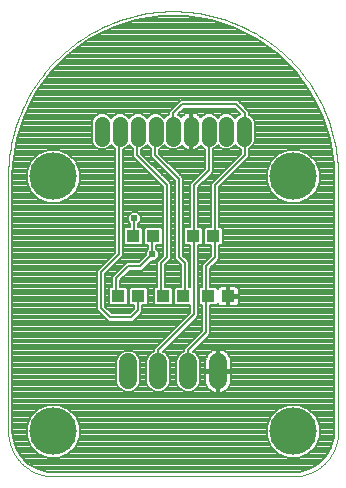
<source format=gtl>
G75*
%MOIN*%
%OFA0B0*%
%FSLAX25Y25*%
%IPPOS*%
%LPD*%
%AMOC8*
5,1,8,0,0,1.08239X$1,22.5*
%
%ADD10R,0.04331X0.03937*%
%ADD11C,0.05937*%
%ADD12C,0.00000*%
%ADD13C,0.15811*%
%ADD14C,0.05000*%
%ADD15C,0.00800*%
%ADD16C,0.02400*%
D10*
X0043054Y0079006D03*
X0049746Y0079006D03*
X0058054Y0079006D03*
X0064746Y0079006D03*
X0073054Y0079006D03*
X0079746Y0079006D03*
X0074746Y0099006D03*
X0068054Y0099006D03*
X0054746Y0099006D03*
X0048054Y0099006D03*
D11*
X0046400Y0056974D02*
X0046400Y0051037D01*
X0056400Y0051037D02*
X0056400Y0056974D01*
X0066400Y0056974D02*
X0066400Y0051037D01*
X0076400Y0051037D02*
X0076400Y0056974D01*
D12*
X0101400Y0019006D02*
X0101762Y0019010D01*
X0102125Y0019024D01*
X0102487Y0019045D01*
X0102848Y0019076D01*
X0103208Y0019115D01*
X0103567Y0019163D01*
X0103925Y0019220D01*
X0104282Y0019285D01*
X0104637Y0019359D01*
X0104990Y0019442D01*
X0105341Y0019533D01*
X0105689Y0019632D01*
X0106035Y0019740D01*
X0106379Y0019856D01*
X0106719Y0019981D01*
X0107056Y0020113D01*
X0107390Y0020254D01*
X0107721Y0020403D01*
X0108048Y0020560D01*
X0108371Y0020724D01*
X0108690Y0020896D01*
X0109004Y0021076D01*
X0109315Y0021264D01*
X0109620Y0021459D01*
X0109921Y0021661D01*
X0110217Y0021871D01*
X0110507Y0022087D01*
X0110793Y0022311D01*
X0111073Y0022541D01*
X0111347Y0022778D01*
X0111615Y0023022D01*
X0111878Y0023272D01*
X0112134Y0023528D01*
X0112384Y0023791D01*
X0112628Y0024059D01*
X0112865Y0024333D01*
X0113095Y0024613D01*
X0113319Y0024899D01*
X0113535Y0025189D01*
X0113745Y0025485D01*
X0113947Y0025786D01*
X0114142Y0026091D01*
X0114330Y0026402D01*
X0114510Y0026716D01*
X0114682Y0027035D01*
X0114846Y0027358D01*
X0115003Y0027685D01*
X0115152Y0028016D01*
X0115293Y0028350D01*
X0115425Y0028687D01*
X0115550Y0029027D01*
X0115666Y0029371D01*
X0115774Y0029717D01*
X0115873Y0030065D01*
X0115964Y0030416D01*
X0116047Y0030769D01*
X0116121Y0031124D01*
X0116186Y0031481D01*
X0116243Y0031839D01*
X0116291Y0032198D01*
X0116330Y0032558D01*
X0116361Y0032919D01*
X0116382Y0033281D01*
X0116396Y0033644D01*
X0116400Y0034006D01*
X0116400Y0119006D01*
X0116384Y0120345D01*
X0116335Y0121684D01*
X0116253Y0123021D01*
X0116139Y0124355D01*
X0115993Y0125687D01*
X0115814Y0127014D01*
X0115603Y0128337D01*
X0115359Y0129654D01*
X0115084Y0130965D01*
X0114777Y0132268D01*
X0114438Y0133564D01*
X0114068Y0134851D01*
X0113667Y0136129D01*
X0113234Y0137397D01*
X0112771Y0138654D01*
X0112277Y0139899D01*
X0111753Y0141132D01*
X0111200Y0142351D01*
X0110616Y0143557D01*
X0110004Y0144748D01*
X0109363Y0145924D01*
X0108693Y0147084D01*
X0107995Y0148227D01*
X0107270Y0149353D01*
X0106517Y0150461D01*
X0105738Y0151551D01*
X0104932Y0152621D01*
X0104101Y0153671D01*
X0103244Y0154700D01*
X0102362Y0155709D01*
X0101457Y0156695D01*
X0100527Y0157659D01*
X0099574Y0158601D01*
X0098599Y0159519D01*
X0097601Y0160412D01*
X0096582Y0161282D01*
X0095542Y0162126D01*
X0094482Y0162944D01*
X0093402Y0163737D01*
X0092304Y0164503D01*
X0091186Y0165242D01*
X0090052Y0165954D01*
X0088900Y0166637D01*
X0087732Y0167293D01*
X0086548Y0167920D01*
X0085350Y0168518D01*
X0084137Y0169086D01*
X0082911Y0169625D01*
X0081672Y0170134D01*
X0080421Y0170612D01*
X0079158Y0171060D01*
X0077886Y0171477D01*
X0076603Y0171863D01*
X0075311Y0172218D01*
X0074011Y0172541D01*
X0072704Y0172832D01*
X0071390Y0173091D01*
X0070070Y0173318D01*
X0068745Y0173513D01*
X0067415Y0173676D01*
X0066082Y0173806D01*
X0064747Y0173904D01*
X0063409Y0173969D01*
X0062070Y0174002D01*
X0060730Y0174002D01*
X0059391Y0173969D01*
X0058053Y0173904D01*
X0056718Y0173806D01*
X0055385Y0173676D01*
X0054055Y0173513D01*
X0052730Y0173318D01*
X0051410Y0173091D01*
X0050096Y0172832D01*
X0048789Y0172541D01*
X0047489Y0172218D01*
X0046197Y0171863D01*
X0044914Y0171477D01*
X0043642Y0171060D01*
X0042379Y0170612D01*
X0041128Y0170134D01*
X0039889Y0169625D01*
X0038663Y0169086D01*
X0037450Y0168518D01*
X0036252Y0167920D01*
X0035068Y0167293D01*
X0033900Y0166637D01*
X0032748Y0165954D01*
X0031614Y0165242D01*
X0030496Y0164503D01*
X0029398Y0163737D01*
X0028318Y0162944D01*
X0027258Y0162126D01*
X0026218Y0161282D01*
X0025199Y0160412D01*
X0024201Y0159519D01*
X0023226Y0158601D01*
X0022273Y0157659D01*
X0021343Y0156695D01*
X0020438Y0155709D01*
X0019556Y0154700D01*
X0018699Y0153671D01*
X0017868Y0152621D01*
X0017062Y0151551D01*
X0016283Y0150461D01*
X0015530Y0149353D01*
X0014805Y0148227D01*
X0014107Y0147084D01*
X0013437Y0145924D01*
X0012796Y0144748D01*
X0012184Y0143557D01*
X0011600Y0142351D01*
X0011047Y0141132D01*
X0010523Y0139899D01*
X0010029Y0138654D01*
X0009566Y0137397D01*
X0009133Y0136129D01*
X0008732Y0134851D01*
X0008362Y0133564D01*
X0008023Y0132268D01*
X0007716Y0130965D01*
X0007441Y0129654D01*
X0007197Y0128337D01*
X0006986Y0127014D01*
X0006807Y0125687D01*
X0006661Y0124355D01*
X0006547Y0123021D01*
X0006465Y0121684D01*
X0006416Y0120345D01*
X0006400Y0119006D01*
X0006400Y0034006D01*
X0006404Y0033644D01*
X0006418Y0033281D01*
X0006439Y0032919D01*
X0006470Y0032558D01*
X0006509Y0032198D01*
X0006557Y0031839D01*
X0006614Y0031481D01*
X0006679Y0031124D01*
X0006753Y0030769D01*
X0006836Y0030416D01*
X0006927Y0030065D01*
X0007026Y0029717D01*
X0007134Y0029371D01*
X0007250Y0029027D01*
X0007375Y0028687D01*
X0007507Y0028350D01*
X0007648Y0028016D01*
X0007797Y0027685D01*
X0007954Y0027358D01*
X0008118Y0027035D01*
X0008290Y0026716D01*
X0008470Y0026402D01*
X0008658Y0026091D01*
X0008853Y0025786D01*
X0009055Y0025485D01*
X0009265Y0025189D01*
X0009481Y0024899D01*
X0009705Y0024613D01*
X0009935Y0024333D01*
X0010172Y0024059D01*
X0010416Y0023791D01*
X0010666Y0023528D01*
X0010922Y0023272D01*
X0011185Y0023022D01*
X0011453Y0022778D01*
X0011727Y0022541D01*
X0012007Y0022311D01*
X0012293Y0022087D01*
X0012583Y0021871D01*
X0012879Y0021661D01*
X0013180Y0021459D01*
X0013485Y0021264D01*
X0013796Y0021076D01*
X0014110Y0020896D01*
X0014429Y0020724D01*
X0014752Y0020560D01*
X0015079Y0020403D01*
X0015410Y0020254D01*
X0015744Y0020113D01*
X0016081Y0019981D01*
X0016421Y0019856D01*
X0016765Y0019740D01*
X0017111Y0019632D01*
X0017459Y0019533D01*
X0017810Y0019442D01*
X0018163Y0019359D01*
X0018518Y0019285D01*
X0018875Y0019220D01*
X0019233Y0019163D01*
X0019592Y0019115D01*
X0019952Y0019076D01*
X0020313Y0019045D01*
X0020675Y0019024D01*
X0021038Y0019010D01*
X0021400Y0019006D01*
X0101400Y0019006D01*
D13*
X0101400Y0034006D03*
X0101400Y0119006D03*
X0021400Y0119006D03*
X0021400Y0034006D03*
D14*
X0037778Y0131506D02*
X0037778Y0136506D01*
X0043683Y0136506D02*
X0043683Y0131506D01*
X0049589Y0131506D02*
X0049589Y0136506D01*
X0055494Y0136506D02*
X0055494Y0131506D01*
X0061400Y0131506D02*
X0061400Y0136506D01*
X0067306Y0136506D02*
X0067306Y0131506D01*
X0073211Y0131506D02*
X0073211Y0136506D01*
X0079117Y0136506D02*
X0079117Y0131506D01*
X0085022Y0131506D02*
X0085022Y0136506D01*
D15*
X0109302Y0022998D02*
X0013498Y0022998D01*
X0013121Y0023216D02*
X0010610Y0025727D01*
X0008835Y0028801D01*
X0007916Y0032231D01*
X0007800Y0034006D01*
X0007800Y0119006D01*
X0007965Y0123211D01*
X0009281Y0131519D01*
X0011880Y0139518D01*
X0015698Y0147012D01*
X0020642Y0153816D01*
X0026590Y0159764D01*
X0033394Y0164707D01*
X0040888Y0168526D01*
X0048887Y0171125D01*
X0057195Y0172441D01*
X0065605Y0172441D01*
X0073913Y0171125D01*
X0081912Y0168526D01*
X0089406Y0164707D01*
X0096210Y0159764D01*
X0102158Y0153816D01*
X0107102Y0147012D01*
X0110920Y0139518D01*
X0113519Y0131519D01*
X0114835Y0123211D01*
X0115000Y0119006D01*
X0115000Y0034006D01*
X0114884Y0032231D01*
X0113965Y0028801D01*
X0112190Y0025727D01*
X0109679Y0023216D01*
X0106604Y0021441D01*
X0103175Y0020522D01*
X0101400Y0020406D01*
X0021400Y0020406D01*
X0019625Y0020522D01*
X0016195Y0021441D01*
X0013121Y0023216D01*
X0012540Y0023797D02*
X0110260Y0023797D01*
X0111058Y0024595D02*
X0011742Y0024595D01*
X0010943Y0025394D02*
X0018920Y0025394D01*
X0019629Y0025100D02*
X0023171Y0025100D01*
X0026445Y0026456D01*
X0028950Y0028961D01*
X0030305Y0032234D01*
X0030305Y0035777D01*
X0028950Y0039050D01*
X0026445Y0041556D01*
X0023171Y0042911D01*
X0019629Y0042911D01*
X0016355Y0041556D01*
X0013850Y0039050D01*
X0012494Y0035777D01*
X0012494Y0032234D01*
X0013850Y0028961D01*
X0016355Y0026456D01*
X0019629Y0025100D01*
X0016992Y0026193D02*
X0010341Y0026193D01*
X0009880Y0026991D02*
X0015821Y0026991D01*
X0015022Y0027790D02*
X0009419Y0027790D01*
X0008958Y0028588D02*
X0014224Y0028588D01*
X0013674Y0029387D02*
X0008678Y0029387D01*
X0008464Y0030185D02*
X0013343Y0030185D01*
X0013013Y0030984D02*
X0008251Y0030984D01*
X0008037Y0031782D02*
X0012682Y0031782D01*
X0012494Y0032581D02*
X0007893Y0032581D01*
X0007841Y0033379D02*
X0012494Y0033379D01*
X0012494Y0034178D02*
X0007800Y0034178D01*
X0007800Y0034976D02*
X0012494Y0034976D01*
X0012494Y0035775D02*
X0007800Y0035775D01*
X0007800Y0036573D02*
X0012824Y0036573D01*
X0013155Y0037372D02*
X0007800Y0037372D01*
X0007800Y0038170D02*
X0013486Y0038170D01*
X0013816Y0038969D02*
X0007800Y0038969D01*
X0007800Y0039767D02*
X0014567Y0039767D01*
X0015366Y0040566D02*
X0007800Y0040566D01*
X0007800Y0041364D02*
X0016164Y0041364D01*
X0017821Y0042163D02*
X0007800Y0042163D01*
X0007800Y0042961D02*
X0115000Y0042961D01*
X0115000Y0042163D02*
X0104979Y0042163D01*
X0106445Y0041556D02*
X0103171Y0042911D01*
X0099629Y0042911D01*
X0096355Y0041556D01*
X0093850Y0039050D01*
X0092494Y0035777D01*
X0092494Y0032234D01*
X0093850Y0028961D01*
X0096355Y0026456D01*
X0099629Y0025100D01*
X0103171Y0025100D01*
X0106445Y0026456D01*
X0108950Y0028961D01*
X0110305Y0032234D01*
X0110305Y0035777D01*
X0108950Y0039050D01*
X0106445Y0041556D01*
X0106636Y0041364D02*
X0115000Y0041364D01*
X0115000Y0040566D02*
X0107434Y0040566D01*
X0108233Y0039767D02*
X0115000Y0039767D01*
X0115000Y0038969D02*
X0108984Y0038969D01*
X0109314Y0038170D02*
X0115000Y0038170D01*
X0115000Y0037372D02*
X0109645Y0037372D01*
X0109976Y0036573D02*
X0115000Y0036573D01*
X0115000Y0035775D02*
X0110305Y0035775D01*
X0110305Y0034976D02*
X0115000Y0034976D01*
X0115000Y0034178D02*
X0110305Y0034178D01*
X0110305Y0033379D02*
X0114959Y0033379D01*
X0114907Y0032581D02*
X0110305Y0032581D01*
X0110118Y0031782D02*
X0114763Y0031782D01*
X0114549Y0030984D02*
X0109787Y0030984D01*
X0109457Y0030185D02*
X0114336Y0030185D01*
X0114122Y0029387D02*
X0109126Y0029387D01*
X0108576Y0028588D02*
X0113842Y0028588D01*
X0113381Y0027790D02*
X0107778Y0027790D01*
X0106979Y0026991D02*
X0112920Y0026991D01*
X0112459Y0026193D02*
X0105808Y0026193D01*
X0103880Y0025394D02*
X0111857Y0025394D01*
X0107919Y0022200D02*
X0014881Y0022200D01*
X0016344Y0021401D02*
X0106456Y0021401D01*
X0103476Y0020603D02*
X0019324Y0020603D01*
X0023880Y0025394D02*
X0098920Y0025394D01*
X0096992Y0026193D02*
X0025808Y0026193D01*
X0026979Y0026991D02*
X0095821Y0026991D01*
X0095022Y0027790D02*
X0027778Y0027790D01*
X0028576Y0028588D02*
X0094224Y0028588D01*
X0093674Y0029387D02*
X0029126Y0029387D01*
X0029457Y0030185D02*
X0093343Y0030185D01*
X0093013Y0030984D02*
X0029787Y0030984D01*
X0030118Y0031782D02*
X0092682Y0031782D01*
X0092494Y0032581D02*
X0030305Y0032581D01*
X0030305Y0033379D02*
X0092494Y0033379D01*
X0092494Y0034178D02*
X0030305Y0034178D01*
X0030305Y0034976D02*
X0092494Y0034976D01*
X0092494Y0035775D02*
X0030305Y0035775D01*
X0029976Y0036573D02*
X0092824Y0036573D01*
X0093155Y0037372D02*
X0029645Y0037372D01*
X0029314Y0038170D02*
X0093486Y0038170D01*
X0093816Y0038969D02*
X0028984Y0038969D01*
X0028233Y0039767D02*
X0094567Y0039767D01*
X0095366Y0040566D02*
X0027434Y0040566D01*
X0026636Y0041364D02*
X0096164Y0041364D01*
X0097821Y0042163D02*
X0024979Y0042163D01*
X0007800Y0043760D02*
X0115000Y0043760D01*
X0115000Y0044558D02*
X0007800Y0044558D01*
X0007800Y0045357D02*
X0115000Y0045357D01*
X0115000Y0046155D02*
X0007800Y0046155D01*
X0007800Y0046954D02*
X0074831Y0046954D01*
X0074723Y0046989D02*
X0075377Y0046776D01*
X0076000Y0046678D01*
X0076000Y0053606D01*
X0072031Y0053606D01*
X0072031Y0050694D01*
X0072139Y0050014D01*
X0072352Y0049360D01*
X0072664Y0048748D01*
X0073068Y0048192D01*
X0073554Y0047705D01*
X0074110Y0047301D01*
X0074723Y0046989D01*
X0076000Y0046954D02*
X0076800Y0046954D01*
X0076800Y0046678D02*
X0077423Y0046776D01*
X0078077Y0046989D01*
X0078690Y0047301D01*
X0079246Y0047705D01*
X0079732Y0048192D01*
X0080136Y0048748D01*
X0080448Y0049360D01*
X0080661Y0050014D01*
X0080768Y0050694D01*
X0080768Y0053606D01*
X0076800Y0053606D01*
X0076800Y0054406D01*
X0076000Y0054406D01*
X0076000Y0061334D01*
X0075377Y0061235D01*
X0074723Y0061023D01*
X0074110Y0060711D01*
X0073554Y0060307D01*
X0073068Y0059820D01*
X0072664Y0059264D01*
X0072352Y0058651D01*
X0072139Y0057997D01*
X0072031Y0057318D01*
X0072031Y0054406D01*
X0076000Y0054406D01*
X0076000Y0053606D01*
X0076800Y0053606D01*
X0076800Y0046678D01*
X0076800Y0047752D02*
X0076000Y0047752D01*
X0076000Y0048551D02*
X0076800Y0048551D01*
X0076800Y0049349D02*
X0076000Y0049349D01*
X0076000Y0050148D02*
X0076800Y0050148D01*
X0076800Y0050946D02*
X0076000Y0050946D01*
X0076000Y0051745D02*
X0076800Y0051745D01*
X0076800Y0052543D02*
X0076000Y0052543D01*
X0076000Y0053342D02*
X0076800Y0053342D01*
X0076800Y0054140D02*
X0115000Y0054140D01*
X0115000Y0053342D02*
X0080768Y0053342D01*
X0080768Y0052543D02*
X0115000Y0052543D01*
X0115000Y0051745D02*
X0080768Y0051745D01*
X0080768Y0050946D02*
X0115000Y0050946D01*
X0115000Y0050148D02*
X0080682Y0050148D01*
X0080443Y0049349D02*
X0115000Y0049349D01*
X0115000Y0048551D02*
X0079993Y0048551D01*
X0079293Y0047752D02*
X0115000Y0047752D01*
X0115000Y0046954D02*
X0077969Y0046954D01*
X0076000Y0054140D02*
X0070368Y0054140D01*
X0070368Y0053342D02*
X0072031Y0053342D01*
X0072031Y0052543D02*
X0070368Y0052543D01*
X0070368Y0051745D02*
X0072031Y0051745D01*
X0072031Y0050946D02*
X0070368Y0050946D01*
X0070368Y0050248D02*
X0069764Y0048789D01*
X0068648Y0047673D01*
X0067189Y0047069D01*
X0065611Y0047069D01*
X0064152Y0047673D01*
X0063036Y0048789D01*
X0062431Y0050248D01*
X0062431Y0057764D01*
X0063036Y0059222D01*
X0064152Y0060339D01*
X0065000Y0060690D01*
X0065000Y0061586D01*
X0065820Y0062406D01*
X0065820Y0062406D01*
X0071000Y0067586D01*
X0071000Y0076037D01*
X0070474Y0076037D01*
X0069888Y0076623D01*
X0069888Y0081389D01*
X0070474Y0081974D01*
X0071000Y0081974D01*
X0071000Y0089586D01*
X0074000Y0092586D01*
X0074000Y0096037D01*
X0072167Y0096037D01*
X0071581Y0096623D01*
X0071581Y0101389D01*
X0072167Y0101974D01*
X0074000Y0101974D01*
X0074000Y0116586D01*
X0074820Y0117406D01*
X0084000Y0126586D01*
X0084000Y0128141D01*
X0083039Y0128539D01*
X0082069Y0129509D01*
X0081099Y0128539D01*
X0079813Y0128006D01*
X0078420Y0128006D01*
X0077134Y0128539D01*
X0076164Y0129509D01*
X0075194Y0128539D01*
X0074800Y0128376D01*
X0074800Y0120426D01*
X0073980Y0119606D01*
X0069800Y0115426D01*
X0069800Y0101974D01*
X0070633Y0101974D01*
X0071219Y0101389D01*
X0071219Y0096623D01*
X0070633Y0096037D01*
X0069800Y0096037D01*
X0069800Y0072426D01*
X0068980Y0071606D01*
X0068980Y0071606D01*
X0057987Y0060613D01*
X0058648Y0060339D01*
X0059764Y0059222D01*
X0060368Y0057764D01*
X0060368Y0050248D01*
X0059764Y0048789D01*
X0058648Y0047673D01*
X0057189Y0047069D01*
X0055611Y0047069D01*
X0054152Y0047673D01*
X0053036Y0048789D01*
X0052431Y0050248D01*
X0052431Y0057764D01*
X0053036Y0059222D01*
X0054152Y0060339D01*
X0055000Y0060690D01*
X0055000Y0061586D01*
X0055820Y0062406D01*
X0055820Y0062406D01*
X0067000Y0073586D01*
X0067000Y0076037D01*
X0062167Y0076037D01*
X0061581Y0076623D01*
X0061581Y0081389D01*
X0062167Y0081974D01*
X0064000Y0081974D01*
X0064000Y0089426D01*
X0062000Y0091426D01*
X0062000Y0117426D01*
X0054000Y0125426D01*
X0054000Y0128337D01*
X0053512Y0128539D01*
X0052542Y0129509D01*
X0051572Y0128539D01*
X0050800Y0128219D01*
X0050800Y0126586D01*
X0059980Y0117406D01*
X0060800Y0116586D01*
X0060800Y0091426D01*
X0058800Y0089426D01*
X0058800Y0081974D01*
X0060633Y0081974D01*
X0061219Y0081389D01*
X0061219Y0076623D01*
X0060633Y0076037D01*
X0055474Y0076037D01*
X0054888Y0076623D01*
X0054888Y0081389D01*
X0055474Y0081974D01*
X0056000Y0081974D01*
X0056000Y0090586D01*
X0056820Y0091406D01*
X0058000Y0092586D01*
X0058000Y0115426D01*
X0048000Y0125426D01*
X0048000Y0128376D01*
X0047606Y0128539D01*
X0046636Y0129509D01*
X0045666Y0128539D01*
X0044800Y0128180D01*
X0044800Y0092426D01*
X0038800Y0086426D01*
X0038800Y0075586D01*
X0040980Y0073406D01*
X0046820Y0073406D01*
X0048346Y0074932D01*
X0048346Y0076037D01*
X0047167Y0076037D01*
X0046581Y0076623D01*
X0046581Y0081389D01*
X0047167Y0081974D01*
X0052326Y0081974D01*
X0052912Y0081389D01*
X0052912Y0076623D01*
X0052326Y0076037D01*
X0051146Y0076037D01*
X0051146Y0073772D01*
X0050326Y0072952D01*
X0047980Y0070606D01*
X0039820Y0070606D01*
X0039000Y0071426D01*
X0036000Y0074426D01*
X0036000Y0087586D01*
X0036820Y0088406D01*
X0042000Y0093586D01*
X0042000Y0128415D01*
X0041701Y0128539D01*
X0040731Y0129509D01*
X0039761Y0128539D01*
X0038474Y0128006D01*
X0037082Y0128006D01*
X0035795Y0128539D01*
X0034811Y0129523D01*
X0034278Y0130810D01*
X0034278Y0137202D01*
X0034811Y0138488D01*
X0035795Y0139473D01*
X0037082Y0140006D01*
X0038474Y0140006D01*
X0039761Y0139473D01*
X0040731Y0138503D01*
X0041701Y0139473D01*
X0042987Y0140006D01*
X0044380Y0140006D01*
X0045666Y0139473D01*
X0046636Y0138503D01*
X0047606Y0139473D01*
X0048893Y0140006D01*
X0050285Y0140006D01*
X0051572Y0139473D01*
X0052542Y0138503D01*
X0053512Y0139473D01*
X0054798Y0140006D01*
X0056191Y0140006D01*
X0057477Y0139473D01*
X0058447Y0138503D01*
X0059417Y0139473D01*
X0060000Y0139714D01*
X0060000Y0140586D01*
X0063000Y0143586D01*
X0063820Y0144406D01*
X0082980Y0144406D01*
X0086800Y0140586D01*
X0086800Y0139558D01*
X0087005Y0139473D01*
X0087989Y0138488D01*
X0088522Y0137202D01*
X0088522Y0130810D01*
X0087989Y0129523D01*
X0087005Y0128539D01*
X0086800Y0128454D01*
X0086800Y0125426D01*
X0076800Y0115426D01*
X0076800Y0101974D01*
X0077326Y0101974D01*
X0077912Y0101389D01*
X0077912Y0096623D01*
X0077326Y0096037D01*
X0076800Y0096037D01*
X0076800Y0091426D01*
X0075980Y0090606D01*
X0073800Y0088426D01*
X0073800Y0081974D01*
X0075633Y0081974D01*
X0076219Y0081389D01*
X0076219Y0081300D01*
X0076277Y0081515D01*
X0076461Y0081834D01*
X0076721Y0082095D01*
X0077041Y0082279D01*
X0077397Y0082374D01*
X0079346Y0082374D01*
X0079346Y0079406D01*
X0080146Y0079406D01*
X0080146Y0082374D01*
X0082096Y0082374D01*
X0082452Y0082279D01*
X0082771Y0082095D01*
X0083032Y0081834D01*
X0083216Y0081515D01*
X0083312Y0081159D01*
X0083312Y0079406D01*
X0080146Y0079406D01*
X0080146Y0078606D01*
X0080146Y0075637D01*
X0082096Y0075637D01*
X0082452Y0075733D01*
X0082771Y0075917D01*
X0083032Y0076178D01*
X0083216Y0076497D01*
X0083312Y0076853D01*
X0083312Y0078606D01*
X0080146Y0078606D01*
X0079346Y0078606D01*
X0079346Y0075637D01*
X0077397Y0075637D01*
X0077041Y0075733D01*
X0076721Y0075917D01*
X0076461Y0076178D01*
X0076277Y0076497D01*
X0076219Y0076712D01*
X0076219Y0076623D01*
X0075633Y0076037D01*
X0073800Y0076037D01*
X0073800Y0066426D01*
X0072980Y0065606D01*
X0072980Y0065606D01*
X0067987Y0060613D01*
X0068648Y0060339D01*
X0069764Y0059222D01*
X0070368Y0057764D01*
X0070368Y0050248D01*
X0070327Y0050148D02*
X0072118Y0050148D01*
X0072357Y0049349D02*
X0069996Y0049349D01*
X0069526Y0048551D02*
X0072807Y0048551D01*
X0073507Y0047752D02*
X0068727Y0047752D01*
X0064073Y0047752D02*
X0058727Y0047752D01*
X0059526Y0048551D02*
X0063274Y0048551D01*
X0062804Y0049349D02*
X0059996Y0049349D01*
X0060327Y0050148D02*
X0062473Y0050148D01*
X0062431Y0050946D02*
X0060368Y0050946D01*
X0060368Y0051745D02*
X0062431Y0051745D01*
X0062431Y0052543D02*
X0060368Y0052543D01*
X0060368Y0053342D02*
X0062431Y0053342D01*
X0062431Y0054140D02*
X0060368Y0054140D01*
X0060368Y0054939D02*
X0062431Y0054939D01*
X0062431Y0055737D02*
X0060368Y0055737D01*
X0060368Y0056536D02*
X0062431Y0056536D01*
X0062431Y0057334D02*
X0060368Y0057334D01*
X0060216Y0058133D02*
X0062584Y0058133D01*
X0062915Y0058931D02*
X0059885Y0058931D01*
X0059257Y0059730D02*
X0063543Y0059730D01*
X0064610Y0060528D02*
X0058190Y0060528D01*
X0058701Y0061327D02*
X0065000Y0061327D01*
X0065540Y0062126D02*
X0059499Y0062126D01*
X0060298Y0062924D02*
X0066338Y0062924D01*
X0067137Y0063723D02*
X0061097Y0063723D01*
X0061895Y0064521D02*
X0067935Y0064521D01*
X0068734Y0065320D02*
X0062694Y0065320D01*
X0063492Y0066118D02*
X0069532Y0066118D01*
X0070331Y0066917D02*
X0064291Y0066917D01*
X0065089Y0067715D02*
X0071000Y0067715D01*
X0071000Y0068514D02*
X0065888Y0068514D01*
X0066686Y0069312D02*
X0071000Y0069312D01*
X0071000Y0070111D02*
X0067485Y0070111D01*
X0068283Y0070909D02*
X0071000Y0070909D01*
X0071000Y0071708D02*
X0069082Y0071708D01*
X0069800Y0072506D02*
X0071000Y0072506D01*
X0071000Y0073305D02*
X0069800Y0073305D01*
X0069800Y0074103D02*
X0071000Y0074103D01*
X0071000Y0074902D02*
X0069800Y0074902D01*
X0069800Y0075700D02*
X0071000Y0075700D01*
X0070013Y0076499D02*
X0069800Y0076499D01*
X0069800Y0077297D02*
X0069888Y0077297D01*
X0069888Y0078096D02*
X0069800Y0078096D01*
X0069800Y0078894D02*
X0069888Y0078894D01*
X0069888Y0079693D02*
X0069800Y0079693D01*
X0069800Y0080491D02*
X0069888Y0080491D01*
X0069888Y0081290D02*
X0069800Y0081290D01*
X0069800Y0082088D02*
X0071000Y0082088D01*
X0071000Y0082887D02*
X0069800Y0082887D01*
X0069800Y0083685D02*
X0071000Y0083685D01*
X0071000Y0084484D02*
X0069800Y0084484D01*
X0069800Y0085282D02*
X0071000Y0085282D01*
X0071000Y0086081D02*
X0069800Y0086081D01*
X0069800Y0086879D02*
X0071000Y0086879D01*
X0071000Y0087678D02*
X0069800Y0087678D01*
X0069800Y0088476D02*
X0071000Y0088476D01*
X0071000Y0089275D02*
X0069800Y0089275D01*
X0069800Y0090073D02*
X0071488Y0090073D01*
X0072286Y0090872D02*
X0069800Y0090872D01*
X0069800Y0091670D02*
X0073085Y0091670D01*
X0073883Y0092469D02*
X0069800Y0092469D01*
X0069800Y0093267D02*
X0074000Y0093267D01*
X0074000Y0094066D02*
X0069800Y0094066D01*
X0069800Y0094864D02*
X0074000Y0094864D01*
X0074000Y0095663D02*
X0069800Y0095663D01*
X0071057Y0096462D02*
X0071743Y0096462D01*
X0071581Y0097260D02*
X0071219Y0097260D01*
X0071219Y0098059D02*
X0071581Y0098059D01*
X0071581Y0098857D02*
X0071219Y0098857D01*
X0071219Y0099656D02*
X0071581Y0099656D01*
X0071581Y0100454D02*
X0071219Y0100454D01*
X0071219Y0101253D02*
X0071581Y0101253D01*
X0069800Y0102051D02*
X0074000Y0102051D01*
X0074000Y0102850D02*
X0069800Y0102850D01*
X0069800Y0103648D02*
X0074000Y0103648D01*
X0074000Y0104447D02*
X0069800Y0104447D01*
X0069800Y0105245D02*
X0074000Y0105245D01*
X0074000Y0106044D02*
X0069800Y0106044D01*
X0069800Y0106842D02*
X0074000Y0106842D01*
X0074000Y0107641D02*
X0069800Y0107641D01*
X0069800Y0108439D02*
X0074000Y0108439D01*
X0074000Y0109238D02*
X0069800Y0109238D01*
X0069800Y0110036D02*
X0074000Y0110036D01*
X0074000Y0110835D02*
X0069800Y0110835D01*
X0069800Y0111633D02*
X0074000Y0111633D01*
X0074000Y0112432D02*
X0069800Y0112432D01*
X0069800Y0113230D02*
X0074000Y0113230D01*
X0074000Y0114029D02*
X0069800Y0114029D01*
X0069800Y0114827D02*
X0074000Y0114827D01*
X0074000Y0115626D02*
X0070000Y0115626D01*
X0070798Y0116424D02*
X0074000Y0116424D01*
X0074637Y0117223D02*
X0071597Y0117223D01*
X0072395Y0118021D02*
X0075436Y0118021D01*
X0076234Y0118820D02*
X0073194Y0118820D01*
X0073992Y0119618D02*
X0077033Y0119618D01*
X0077831Y0120417D02*
X0074791Y0120417D01*
X0074800Y0121215D02*
X0078630Y0121215D01*
X0079428Y0122014D02*
X0074800Y0122014D01*
X0074800Y0122812D02*
X0080227Y0122812D01*
X0081025Y0123611D02*
X0074800Y0123611D01*
X0074800Y0124409D02*
X0081824Y0124409D01*
X0082622Y0125208D02*
X0074800Y0125208D01*
X0074800Y0126006D02*
X0083421Y0126006D01*
X0084000Y0126805D02*
X0074800Y0126805D01*
X0074800Y0127603D02*
X0084000Y0127603D01*
X0083370Y0128402D02*
X0080769Y0128402D01*
X0081761Y0129200D02*
X0082378Y0129200D01*
X0085400Y0126006D02*
X0075400Y0116006D01*
X0075400Y0099659D01*
X0074746Y0099006D01*
X0075400Y0098352D01*
X0075400Y0092006D01*
X0072400Y0089006D01*
X0072400Y0080006D01*
X0072400Y0078352D01*
X0073054Y0079006D01*
X0073054Y0079352D01*
X0072400Y0080006D01*
X0072400Y0078352D02*
X0072400Y0067006D01*
X0066400Y0061006D01*
X0066400Y0054006D01*
X0069885Y0058931D02*
X0072494Y0058931D01*
X0072183Y0058133D02*
X0070216Y0058133D01*
X0070368Y0057334D02*
X0072034Y0057334D01*
X0072031Y0056536D02*
X0070368Y0056536D01*
X0070368Y0055737D02*
X0072031Y0055737D01*
X0072031Y0054939D02*
X0070368Y0054939D01*
X0069257Y0059730D02*
X0073002Y0059730D01*
X0073860Y0060528D02*
X0068190Y0060528D01*
X0068701Y0061327D02*
X0075956Y0061327D01*
X0076000Y0061327D02*
X0076800Y0061327D01*
X0076800Y0061334D02*
X0076800Y0054406D01*
X0080768Y0054406D01*
X0080768Y0057318D01*
X0080661Y0057997D01*
X0080448Y0058651D01*
X0080136Y0059264D01*
X0079732Y0059820D01*
X0079246Y0060307D01*
X0078690Y0060711D01*
X0078077Y0061023D01*
X0077423Y0061235D01*
X0076800Y0061334D01*
X0076844Y0061327D02*
X0115000Y0061327D01*
X0115000Y0060528D02*
X0078940Y0060528D01*
X0079798Y0059730D02*
X0115000Y0059730D01*
X0115000Y0058931D02*
X0080306Y0058931D01*
X0080617Y0058133D02*
X0115000Y0058133D01*
X0115000Y0057334D02*
X0080766Y0057334D01*
X0080768Y0056536D02*
X0115000Y0056536D01*
X0115000Y0055737D02*
X0080768Y0055737D01*
X0080768Y0054939D02*
X0115000Y0054939D01*
X0115000Y0062126D02*
X0069499Y0062126D01*
X0070298Y0062924D02*
X0115000Y0062924D01*
X0115000Y0063723D02*
X0071097Y0063723D01*
X0071895Y0064521D02*
X0115000Y0064521D01*
X0115000Y0065320D02*
X0072694Y0065320D01*
X0073492Y0066118D02*
X0115000Y0066118D01*
X0115000Y0066917D02*
X0073800Y0066917D01*
X0073800Y0067715D02*
X0115000Y0067715D01*
X0115000Y0068514D02*
X0073800Y0068514D01*
X0073800Y0069312D02*
X0115000Y0069312D01*
X0115000Y0070111D02*
X0073800Y0070111D01*
X0073800Y0070909D02*
X0115000Y0070909D01*
X0115000Y0071708D02*
X0073800Y0071708D01*
X0073800Y0072506D02*
X0115000Y0072506D01*
X0115000Y0073305D02*
X0073800Y0073305D01*
X0073800Y0074103D02*
X0115000Y0074103D01*
X0115000Y0074902D02*
X0073800Y0074902D01*
X0073800Y0075700D02*
X0077162Y0075700D01*
X0076276Y0076499D02*
X0076094Y0076499D01*
X0076715Y0082088D02*
X0073800Y0082088D01*
X0073800Y0082887D02*
X0115000Y0082887D01*
X0115000Y0083685D02*
X0073800Y0083685D01*
X0073800Y0084484D02*
X0115000Y0084484D01*
X0115000Y0085282D02*
X0073800Y0085282D01*
X0073800Y0086081D02*
X0115000Y0086081D01*
X0115000Y0086879D02*
X0073800Y0086879D01*
X0073800Y0087678D02*
X0115000Y0087678D01*
X0115000Y0088476D02*
X0073850Y0088476D01*
X0074649Y0089275D02*
X0115000Y0089275D01*
X0115000Y0090073D02*
X0075447Y0090073D01*
X0076246Y0090872D02*
X0115000Y0090872D01*
X0115000Y0091670D02*
X0076800Y0091670D01*
X0076800Y0092469D02*
X0115000Y0092469D01*
X0115000Y0093267D02*
X0076800Y0093267D01*
X0076800Y0094066D02*
X0115000Y0094066D01*
X0115000Y0094864D02*
X0076800Y0094864D01*
X0076800Y0095663D02*
X0115000Y0095663D01*
X0115000Y0096462D02*
X0077750Y0096462D01*
X0077912Y0097260D02*
X0115000Y0097260D01*
X0115000Y0098059D02*
X0077912Y0098059D01*
X0077912Y0098857D02*
X0115000Y0098857D01*
X0115000Y0099656D02*
X0077912Y0099656D01*
X0077912Y0100454D02*
X0115000Y0100454D01*
X0115000Y0101253D02*
X0077912Y0101253D01*
X0076800Y0102051D02*
X0115000Y0102051D01*
X0115000Y0102850D02*
X0076800Y0102850D01*
X0076800Y0103648D02*
X0115000Y0103648D01*
X0115000Y0104447D02*
X0076800Y0104447D01*
X0076800Y0105245D02*
X0115000Y0105245D01*
X0115000Y0106044D02*
X0076800Y0106044D01*
X0076800Y0106842D02*
X0115000Y0106842D01*
X0115000Y0107641D02*
X0076800Y0107641D01*
X0076800Y0108439D02*
X0115000Y0108439D01*
X0115000Y0109238D02*
X0076800Y0109238D01*
X0076800Y0110036D02*
X0115000Y0110036D01*
X0115000Y0110835D02*
X0104944Y0110835D01*
X0106445Y0111456D02*
X0103171Y0110100D01*
X0099629Y0110100D01*
X0096355Y0111456D01*
X0093850Y0113961D01*
X0092494Y0117234D01*
X0092494Y0120777D01*
X0093850Y0124050D01*
X0096355Y0126556D01*
X0099629Y0127911D01*
X0103171Y0127911D01*
X0106445Y0126556D01*
X0108950Y0124050D01*
X0110305Y0120777D01*
X0110305Y0117234D01*
X0108950Y0113961D01*
X0106445Y0111456D01*
X0106622Y0111633D02*
X0115000Y0111633D01*
X0115000Y0112432D02*
X0107420Y0112432D01*
X0108219Y0113230D02*
X0115000Y0113230D01*
X0115000Y0114029D02*
X0108978Y0114029D01*
X0109308Y0114827D02*
X0115000Y0114827D01*
X0115000Y0115626D02*
X0109639Y0115626D01*
X0109970Y0116424D02*
X0115000Y0116424D01*
X0115000Y0117223D02*
X0110301Y0117223D01*
X0110305Y0118021D02*
X0115000Y0118021D01*
X0115000Y0118820D02*
X0110305Y0118820D01*
X0110305Y0119618D02*
X0114976Y0119618D01*
X0114945Y0120417D02*
X0110305Y0120417D01*
X0110124Y0121215D02*
X0114913Y0121215D01*
X0114882Y0122014D02*
X0109793Y0122014D01*
X0109463Y0122812D02*
X0114850Y0122812D01*
X0114771Y0123611D02*
X0109132Y0123611D01*
X0108591Y0124409D02*
X0114645Y0124409D01*
X0114519Y0125208D02*
X0107792Y0125208D01*
X0106994Y0126006D02*
X0114392Y0126006D01*
X0114266Y0126805D02*
X0105843Y0126805D01*
X0103915Y0127603D02*
X0114139Y0127603D01*
X0114013Y0128402D02*
X0086800Y0128402D01*
X0086800Y0127603D02*
X0098885Y0127603D01*
X0096957Y0126805D02*
X0086800Y0126805D01*
X0086800Y0126006D02*
X0095806Y0126006D01*
X0095008Y0125208D02*
X0086582Y0125208D01*
X0085783Y0124409D02*
X0094209Y0124409D01*
X0093668Y0123611D02*
X0084985Y0123611D01*
X0084186Y0122812D02*
X0093337Y0122812D01*
X0093007Y0122014D02*
X0083388Y0122014D01*
X0082589Y0121215D02*
X0092676Y0121215D01*
X0092494Y0120417D02*
X0081791Y0120417D01*
X0080992Y0119618D02*
X0092494Y0119618D01*
X0092494Y0118820D02*
X0080194Y0118820D01*
X0079395Y0118021D02*
X0092494Y0118021D01*
X0092499Y0117223D02*
X0078597Y0117223D01*
X0077798Y0116424D02*
X0092830Y0116424D01*
X0093161Y0115626D02*
X0077000Y0115626D01*
X0076800Y0114827D02*
X0093492Y0114827D01*
X0093822Y0114029D02*
X0076800Y0114029D01*
X0076800Y0113230D02*
X0094581Y0113230D01*
X0095380Y0112432D02*
X0076800Y0112432D01*
X0076800Y0111633D02*
X0096178Y0111633D01*
X0097856Y0110835D02*
X0076800Y0110835D01*
X0068400Y0116006D02*
X0073400Y0121006D01*
X0073400Y0133817D01*
X0073211Y0134006D01*
X0076164Y0138503D02*
X0075194Y0139473D01*
X0073907Y0140006D01*
X0072515Y0140006D01*
X0071228Y0139473D01*
X0070500Y0138745D01*
X0070335Y0138992D01*
X0069792Y0139535D01*
X0069153Y0139962D01*
X0068443Y0140256D01*
X0067690Y0140406D01*
X0067594Y0140406D01*
X0067594Y0134295D01*
X0067017Y0134295D01*
X0067017Y0140406D01*
X0066921Y0140406D01*
X0066168Y0140256D01*
X0065458Y0139962D01*
X0064819Y0139535D01*
X0064276Y0138992D01*
X0064111Y0138745D01*
X0063383Y0139473D01*
X0063004Y0139630D01*
X0064980Y0141606D01*
X0081820Y0141606D01*
X0083685Y0139741D01*
X0083039Y0139473D01*
X0082069Y0138503D01*
X0081099Y0139473D01*
X0079813Y0140006D01*
X0078420Y0140006D01*
X0077134Y0139473D01*
X0076164Y0138503D01*
X0075884Y0138783D02*
X0076443Y0138783D01*
X0077395Y0139581D02*
X0074933Y0139581D01*
X0071489Y0139581D02*
X0069723Y0139581D01*
X0070475Y0138783D02*
X0070538Y0138783D01*
X0067594Y0138783D02*
X0067017Y0138783D01*
X0067017Y0139581D02*
X0067594Y0139581D01*
X0067594Y0140380D02*
X0067017Y0140380D01*
X0066789Y0140380D02*
X0063754Y0140380D01*
X0063122Y0139581D02*
X0064888Y0139581D01*
X0064136Y0138783D02*
X0064073Y0138783D01*
X0064552Y0141178D02*
X0082248Y0141178D01*
X0083046Y0140380D02*
X0067822Y0140380D01*
X0067594Y0137984D02*
X0067017Y0137984D01*
X0067017Y0137186D02*
X0067594Y0137186D01*
X0067594Y0136387D02*
X0067017Y0136387D01*
X0067017Y0135589D02*
X0067594Y0135589D01*
X0067594Y0134790D02*
X0067017Y0134790D01*
X0067017Y0133717D02*
X0067594Y0133717D01*
X0067594Y0127606D01*
X0067690Y0127606D01*
X0068443Y0127756D01*
X0069153Y0128050D01*
X0069792Y0128477D01*
X0070335Y0129020D01*
X0070500Y0129267D01*
X0071228Y0128539D01*
X0072000Y0128219D01*
X0072000Y0121586D01*
X0067000Y0116586D01*
X0067000Y0101974D01*
X0065474Y0101974D01*
X0064888Y0101389D01*
X0064888Y0096623D01*
X0065474Y0096037D01*
X0067000Y0096037D01*
X0067000Y0081974D01*
X0066800Y0081974D01*
X0066800Y0090586D01*
X0065980Y0091406D01*
X0064800Y0092586D01*
X0064800Y0118586D01*
X0063980Y0119406D01*
X0056800Y0126586D01*
X0056800Y0128258D01*
X0057477Y0128539D01*
X0058447Y0129509D01*
X0059417Y0128539D01*
X0060704Y0128006D01*
X0062096Y0128006D01*
X0063383Y0128539D01*
X0064111Y0129267D01*
X0064276Y0129020D01*
X0064819Y0128477D01*
X0065458Y0128050D01*
X0066168Y0127756D01*
X0066921Y0127606D01*
X0067017Y0127606D01*
X0067017Y0133717D01*
X0067017Y0133193D02*
X0067594Y0133193D01*
X0067594Y0132395D02*
X0067017Y0132395D01*
X0067017Y0131596D02*
X0067594Y0131596D01*
X0067594Y0130797D02*
X0067017Y0130797D01*
X0067017Y0129999D02*
X0067594Y0129999D01*
X0067594Y0129200D02*
X0067017Y0129200D01*
X0067017Y0128402D02*
X0067594Y0128402D01*
X0069680Y0128402D02*
X0071559Y0128402D01*
X0072000Y0127603D02*
X0056800Y0127603D01*
X0056800Y0126805D02*
X0072000Y0126805D01*
X0072000Y0126006D02*
X0057379Y0126006D01*
X0058178Y0125208D02*
X0072000Y0125208D01*
X0072000Y0124409D02*
X0058976Y0124409D01*
X0059775Y0123611D02*
X0072000Y0123611D01*
X0072000Y0122812D02*
X0060573Y0122812D01*
X0061372Y0122014D02*
X0072000Y0122014D01*
X0071630Y0121215D02*
X0062170Y0121215D01*
X0062969Y0120417D02*
X0070831Y0120417D01*
X0070033Y0119618D02*
X0063767Y0119618D01*
X0064566Y0118820D02*
X0069234Y0118820D01*
X0068436Y0118021D02*
X0064800Y0118021D01*
X0064800Y0117223D02*
X0067637Y0117223D01*
X0067000Y0116424D02*
X0064800Y0116424D01*
X0064800Y0115626D02*
X0067000Y0115626D01*
X0067000Y0114827D02*
X0064800Y0114827D01*
X0064800Y0114029D02*
X0067000Y0114029D01*
X0067000Y0113230D02*
X0064800Y0113230D01*
X0064800Y0112432D02*
X0067000Y0112432D01*
X0067000Y0111633D02*
X0064800Y0111633D01*
X0064800Y0110835D02*
X0067000Y0110835D01*
X0067000Y0110036D02*
X0064800Y0110036D01*
X0064800Y0109238D02*
X0067000Y0109238D01*
X0067000Y0108439D02*
X0064800Y0108439D01*
X0064800Y0107641D02*
X0067000Y0107641D01*
X0067000Y0106842D02*
X0064800Y0106842D01*
X0064800Y0106044D02*
X0067000Y0106044D01*
X0067000Y0105245D02*
X0064800Y0105245D01*
X0064800Y0104447D02*
X0067000Y0104447D01*
X0067000Y0103648D02*
X0064800Y0103648D01*
X0064800Y0102850D02*
X0067000Y0102850D01*
X0067000Y0102051D02*
X0064800Y0102051D01*
X0064800Y0101253D02*
X0064888Y0101253D01*
X0064888Y0100454D02*
X0064800Y0100454D01*
X0064800Y0099656D02*
X0064888Y0099656D01*
X0064888Y0098857D02*
X0064800Y0098857D01*
X0064800Y0098059D02*
X0064888Y0098059D01*
X0064888Y0097260D02*
X0064800Y0097260D01*
X0064800Y0096462D02*
X0065050Y0096462D01*
X0064800Y0095663D02*
X0067000Y0095663D01*
X0067000Y0094864D02*
X0064800Y0094864D01*
X0064800Y0094066D02*
X0067000Y0094066D01*
X0067000Y0093267D02*
X0064800Y0093267D01*
X0064917Y0092469D02*
X0067000Y0092469D01*
X0067000Y0091670D02*
X0065715Y0091670D01*
X0066514Y0090872D02*
X0067000Y0090872D01*
X0067000Y0090073D02*
X0066800Y0090073D01*
X0066800Y0089275D02*
X0067000Y0089275D01*
X0067000Y0088476D02*
X0066800Y0088476D01*
X0066800Y0087678D02*
X0067000Y0087678D01*
X0067000Y0086879D02*
X0066800Y0086879D01*
X0066800Y0086081D02*
X0067000Y0086081D01*
X0067000Y0085282D02*
X0066800Y0085282D01*
X0066800Y0084484D02*
X0067000Y0084484D01*
X0067000Y0083685D02*
X0066800Y0083685D01*
X0066800Y0082887D02*
X0067000Y0082887D01*
X0067000Y0082088D02*
X0066800Y0082088D01*
X0065400Y0081006D02*
X0064746Y0079006D01*
X0065400Y0081006D02*
X0065400Y0090006D01*
X0063400Y0092006D01*
X0063400Y0118006D01*
X0055400Y0126006D01*
X0055400Y0133911D01*
X0055494Y0134006D01*
X0052821Y0138783D02*
X0052262Y0138783D01*
X0051311Y0139581D02*
X0053773Y0139581D01*
X0057216Y0139581D02*
X0059678Y0139581D01*
X0060000Y0140380D02*
X0012319Y0140380D01*
X0012726Y0141178D02*
X0060592Y0141178D01*
X0061391Y0141977D02*
X0013133Y0141977D01*
X0013540Y0142775D02*
X0062189Y0142775D01*
X0062988Y0143574D02*
X0013947Y0143574D01*
X0014354Y0144372D02*
X0063786Y0144372D01*
X0064400Y0143006D02*
X0082400Y0143006D01*
X0085400Y0140006D01*
X0085400Y0136006D01*
X0085022Y0135628D01*
X0085022Y0134006D01*
X0085400Y0133628D01*
X0085400Y0126006D01*
X0087666Y0129200D02*
X0113886Y0129200D01*
X0113760Y0129999D02*
X0088186Y0129999D01*
X0088517Y0130797D02*
X0113633Y0130797D01*
X0113494Y0131596D02*
X0088522Y0131596D01*
X0088522Y0132395D02*
X0113234Y0132395D01*
X0112975Y0133193D02*
X0088522Y0133193D01*
X0088522Y0133992D02*
X0112716Y0133992D01*
X0112456Y0134790D02*
X0088522Y0134790D01*
X0088522Y0135589D02*
X0112197Y0135589D01*
X0111937Y0136387D02*
X0088522Y0136387D01*
X0088522Y0137186D02*
X0111678Y0137186D01*
X0111418Y0137984D02*
X0088198Y0137984D01*
X0087695Y0138783D02*
X0111159Y0138783D01*
X0110888Y0139581D02*
X0086800Y0139581D01*
X0086800Y0140380D02*
X0110481Y0140380D01*
X0110074Y0141178D02*
X0086208Y0141178D01*
X0085409Y0141977D02*
X0109667Y0141977D01*
X0109260Y0142775D02*
X0084611Y0142775D01*
X0083812Y0143574D02*
X0108853Y0143574D01*
X0108446Y0144372D02*
X0083014Y0144372D01*
X0083300Y0139581D02*
X0080838Y0139581D01*
X0081790Y0138783D02*
X0082349Y0138783D01*
X0076472Y0129200D02*
X0075855Y0129200D01*
X0074863Y0128402D02*
X0077464Y0128402D01*
X0070567Y0129200D02*
X0070456Y0129200D01*
X0064931Y0128402D02*
X0063052Y0128402D01*
X0064044Y0129200D02*
X0064155Y0129200D01*
X0061400Y0134006D02*
X0061400Y0140006D01*
X0064400Y0143006D01*
X0058727Y0138783D02*
X0058168Y0138783D01*
X0058139Y0129200D02*
X0058756Y0129200D01*
X0059748Y0128402D02*
X0057147Y0128402D01*
X0054218Y0125208D02*
X0052178Y0125208D01*
X0052976Y0124409D02*
X0055017Y0124409D01*
X0055815Y0123611D02*
X0053775Y0123611D01*
X0054573Y0122812D02*
X0056614Y0122812D01*
X0057412Y0122014D02*
X0055372Y0122014D01*
X0056170Y0121215D02*
X0058211Y0121215D01*
X0059009Y0120417D02*
X0056969Y0120417D01*
X0057767Y0119618D02*
X0059808Y0119618D01*
X0060606Y0118820D02*
X0058566Y0118820D01*
X0059364Y0118021D02*
X0061405Y0118021D01*
X0062000Y0117223D02*
X0060163Y0117223D01*
X0060800Y0116424D02*
X0062000Y0116424D01*
X0062000Y0115626D02*
X0060800Y0115626D01*
X0060800Y0114827D02*
X0062000Y0114827D01*
X0062000Y0114029D02*
X0060800Y0114029D01*
X0060800Y0113230D02*
X0062000Y0113230D01*
X0062000Y0112432D02*
X0060800Y0112432D01*
X0060800Y0111633D02*
X0062000Y0111633D01*
X0062000Y0110835D02*
X0060800Y0110835D01*
X0060800Y0110036D02*
X0062000Y0110036D01*
X0062000Y0109238D02*
X0060800Y0109238D01*
X0060800Y0108439D02*
X0062000Y0108439D01*
X0062000Y0107641D02*
X0060800Y0107641D01*
X0060800Y0106842D02*
X0062000Y0106842D01*
X0062000Y0106044D02*
X0060800Y0106044D01*
X0060800Y0105245D02*
X0062000Y0105245D01*
X0062000Y0104447D02*
X0060800Y0104447D01*
X0060800Y0103648D02*
X0062000Y0103648D01*
X0062000Y0102850D02*
X0060800Y0102850D01*
X0060800Y0102051D02*
X0062000Y0102051D01*
X0062000Y0101253D02*
X0060800Y0101253D01*
X0060800Y0100454D02*
X0062000Y0100454D01*
X0062000Y0099656D02*
X0060800Y0099656D01*
X0060800Y0098857D02*
X0062000Y0098857D01*
X0062000Y0098059D02*
X0060800Y0098059D01*
X0060800Y0097260D02*
X0062000Y0097260D01*
X0062000Y0096462D02*
X0060800Y0096462D01*
X0060800Y0095663D02*
X0062000Y0095663D01*
X0062000Y0094864D02*
X0060800Y0094864D01*
X0060800Y0094066D02*
X0062000Y0094066D01*
X0062000Y0093267D02*
X0060800Y0093267D01*
X0060800Y0092469D02*
X0062000Y0092469D01*
X0062000Y0091670D02*
X0060800Y0091670D01*
X0060246Y0090872D02*
X0062554Y0090872D01*
X0063353Y0090073D02*
X0059447Y0090073D01*
X0058800Y0089275D02*
X0064000Y0089275D01*
X0064000Y0088476D02*
X0058800Y0088476D01*
X0058800Y0087678D02*
X0064000Y0087678D01*
X0064000Y0086879D02*
X0058800Y0086879D01*
X0058800Y0086081D02*
X0064000Y0086081D01*
X0064000Y0085282D02*
X0058800Y0085282D01*
X0058800Y0084484D02*
X0064000Y0084484D01*
X0064000Y0083685D02*
X0058800Y0083685D01*
X0058800Y0082887D02*
X0064000Y0082887D01*
X0064000Y0082088D02*
X0058800Y0082088D01*
X0057400Y0079659D02*
X0058054Y0079006D01*
X0057400Y0079659D02*
X0057400Y0090006D01*
X0059400Y0092006D01*
X0059400Y0116006D01*
X0049400Y0126006D01*
X0049400Y0133006D01*
X0049589Y0133195D01*
X0049589Y0134006D01*
X0046916Y0138783D02*
X0046356Y0138783D01*
X0045405Y0139581D02*
X0047867Y0139581D01*
X0043683Y0134006D02*
X0043400Y0133722D01*
X0043400Y0093006D01*
X0037400Y0087006D01*
X0037400Y0075006D01*
X0040400Y0072006D01*
X0047400Y0072006D01*
X0049746Y0074352D01*
X0049746Y0079006D01*
X0048346Y0075700D02*
X0038800Y0075700D01*
X0038800Y0076499D02*
X0040013Y0076499D01*
X0039888Y0076623D02*
X0040474Y0076037D01*
X0045633Y0076037D01*
X0046219Y0076623D01*
X0046219Y0081389D01*
X0045633Y0081974D01*
X0043800Y0081974D01*
X0043800Y0084426D01*
X0046980Y0087606D01*
X0050980Y0087606D01*
X0054180Y0090806D01*
X0055311Y0090806D01*
X0056600Y0092095D01*
X0056600Y0093917D01*
X0055800Y0094717D01*
X0055800Y0096037D01*
X0057326Y0096037D01*
X0057912Y0096623D01*
X0057912Y0101389D01*
X0057326Y0101974D01*
X0052167Y0101974D01*
X0051581Y0101389D01*
X0051581Y0096623D01*
X0052167Y0096037D01*
X0053000Y0096037D01*
X0053000Y0094717D01*
X0052200Y0093917D01*
X0052200Y0092786D01*
X0049820Y0090406D01*
X0045820Y0090406D01*
X0045000Y0089586D01*
X0041000Y0085586D01*
X0041000Y0081974D01*
X0040474Y0081974D01*
X0039888Y0081389D01*
X0039888Y0076623D01*
X0039888Y0077297D02*
X0038800Y0077297D01*
X0038800Y0078096D02*
X0039888Y0078096D01*
X0039888Y0078894D02*
X0038800Y0078894D01*
X0038800Y0079693D02*
X0039888Y0079693D01*
X0039888Y0080491D02*
X0038800Y0080491D01*
X0038800Y0081290D02*
X0039888Y0081290D01*
X0038800Y0082088D02*
X0041000Y0082088D01*
X0041000Y0082887D02*
X0038800Y0082887D01*
X0038800Y0083685D02*
X0041000Y0083685D01*
X0041000Y0084484D02*
X0038800Y0084484D01*
X0038800Y0085282D02*
X0041000Y0085282D01*
X0041495Y0086081D02*
X0038800Y0086081D01*
X0039253Y0086879D02*
X0042294Y0086879D01*
X0043092Y0087678D02*
X0040052Y0087678D01*
X0040850Y0088476D02*
X0043891Y0088476D01*
X0044689Y0089275D02*
X0041649Y0089275D01*
X0042447Y0090073D02*
X0045488Y0090073D01*
X0046400Y0089006D02*
X0050400Y0089006D01*
X0054400Y0093006D01*
X0054400Y0098659D01*
X0054746Y0099006D01*
X0055800Y0095663D02*
X0058000Y0095663D01*
X0058000Y0096462D02*
X0057750Y0096462D01*
X0057912Y0097260D02*
X0058000Y0097260D01*
X0058000Y0098059D02*
X0057912Y0098059D01*
X0057912Y0098857D02*
X0058000Y0098857D01*
X0058000Y0099656D02*
X0057912Y0099656D01*
X0057912Y0100454D02*
X0058000Y0100454D01*
X0058000Y0101253D02*
X0057912Y0101253D01*
X0058000Y0102051D02*
X0049800Y0102051D01*
X0049800Y0101974D02*
X0049800Y0103295D01*
X0050600Y0104095D01*
X0050600Y0105917D01*
X0049311Y0107206D01*
X0047489Y0107206D01*
X0046200Y0105917D01*
X0046200Y0104095D01*
X0047000Y0103295D01*
X0047000Y0101974D01*
X0045474Y0101974D01*
X0044888Y0101389D01*
X0044888Y0096623D01*
X0045474Y0096037D01*
X0050633Y0096037D01*
X0051219Y0096623D01*
X0051219Y0101389D01*
X0050633Y0101974D01*
X0049800Y0101974D01*
X0049800Y0102850D02*
X0058000Y0102850D01*
X0058000Y0103648D02*
X0050153Y0103648D01*
X0050600Y0104447D02*
X0058000Y0104447D01*
X0058000Y0105245D02*
X0050600Y0105245D01*
X0050474Y0106044D02*
X0058000Y0106044D01*
X0058000Y0106842D02*
X0049675Y0106842D01*
X0048400Y0105006D02*
X0048400Y0100006D01*
X0048054Y0099659D01*
X0048054Y0099006D01*
X0051219Y0098857D02*
X0051581Y0098857D01*
X0051581Y0098059D02*
X0051219Y0098059D01*
X0051219Y0097260D02*
X0051581Y0097260D01*
X0051743Y0096462D02*
X0051057Y0096462D01*
X0052349Y0094066D02*
X0044800Y0094066D01*
X0044800Y0094864D02*
X0053000Y0094864D01*
X0053000Y0095663D02*
X0044800Y0095663D01*
X0044800Y0096462D02*
X0045050Y0096462D01*
X0044888Y0097260D02*
X0044800Y0097260D01*
X0044800Y0098059D02*
X0044888Y0098059D01*
X0044888Y0098857D02*
X0044800Y0098857D01*
X0044800Y0099656D02*
X0044888Y0099656D01*
X0044888Y0100454D02*
X0044800Y0100454D01*
X0044800Y0101253D02*
X0044888Y0101253D01*
X0044800Y0102051D02*
X0047000Y0102051D01*
X0047000Y0102850D02*
X0044800Y0102850D01*
X0044800Y0103648D02*
X0046647Y0103648D01*
X0046200Y0104447D02*
X0044800Y0104447D01*
X0044800Y0105245D02*
X0046200Y0105245D01*
X0046326Y0106044D02*
X0044800Y0106044D01*
X0044800Y0106842D02*
X0047125Y0106842D01*
X0044800Y0107641D02*
X0058000Y0107641D01*
X0058000Y0108439D02*
X0044800Y0108439D01*
X0044800Y0109238D02*
X0058000Y0109238D01*
X0058000Y0110036D02*
X0044800Y0110036D01*
X0044800Y0110835D02*
X0058000Y0110835D01*
X0058000Y0111633D02*
X0044800Y0111633D01*
X0044800Y0112432D02*
X0058000Y0112432D01*
X0058000Y0113230D02*
X0044800Y0113230D01*
X0044800Y0114029D02*
X0058000Y0114029D01*
X0058000Y0114827D02*
X0044800Y0114827D01*
X0044800Y0115626D02*
X0057800Y0115626D01*
X0057002Y0116424D02*
X0044800Y0116424D01*
X0044800Y0117223D02*
X0056203Y0117223D01*
X0055405Y0118021D02*
X0044800Y0118021D01*
X0044800Y0118820D02*
X0054606Y0118820D01*
X0053808Y0119618D02*
X0044800Y0119618D01*
X0044800Y0120417D02*
X0053009Y0120417D01*
X0052211Y0121215D02*
X0044800Y0121215D01*
X0044800Y0122014D02*
X0051412Y0122014D01*
X0050614Y0122812D02*
X0044800Y0122812D01*
X0044800Y0123611D02*
X0049815Y0123611D01*
X0049017Y0124409D02*
X0044800Y0124409D01*
X0044800Y0125208D02*
X0048218Y0125208D01*
X0048000Y0126006D02*
X0044800Y0126006D01*
X0044800Y0126805D02*
X0048000Y0126805D01*
X0048000Y0127603D02*
X0044800Y0127603D01*
X0045336Y0128402D02*
X0047937Y0128402D01*
X0046945Y0129200D02*
X0046328Y0129200D01*
X0042000Y0128402D02*
X0039430Y0128402D01*
X0040422Y0129200D02*
X0041039Y0129200D01*
X0042000Y0127603D02*
X0023915Y0127603D01*
X0023171Y0127911D02*
X0019629Y0127911D01*
X0016355Y0126556D01*
X0013850Y0124050D01*
X0012494Y0120777D01*
X0012494Y0117234D01*
X0013850Y0113961D01*
X0016355Y0111456D01*
X0019629Y0110100D01*
X0023171Y0110100D01*
X0026445Y0111456D01*
X0028950Y0113961D01*
X0030305Y0117234D01*
X0030305Y0120777D01*
X0028950Y0124050D01*
X0026445Y0126556D01*
X0023171Y0127911D01*
X0025843Y0126805D02*
X0042000Y0126805D01*
X0042000Y0126006D02*
X0026994Y0126006D01*
X0027792Y0125208D02*
X0042000Y0125208D01*
X0042000Y0124409D02*
X0028591Y0124409D01*
X0029132Y0123611D02*
X0042000Y0123611D01*
X0042000Y0122812D02*
X0029463Y0122812D01*
X0029793Y0122014D02*
X0042000Y0122014D01*
X0042000Y0121215D02*
X0030124Y0121215D01*
X0030305Y0120417D02*
X0042000Y0120417D01*
X0042000Y0119618D02*
X0030305Y0119618D01*
X0030305Y0118820D02*
X0042000Y0118820D01*
X0042000Y0118021D02*
X0030305Y0118021D01*
X0030301Y0117223D02*
X0042000Y0117223D01*
X0042000Y0116424D02*
X0029970Y0116424D01*
X0029639Y0115626D02*
X0042000Y0115626D01*
X0042000Y0114827D02*
X0029308Y0114827D01*
X0028978Y0114029D02*
X0042000Y0114029D01*
X0042000Y0113230D02*
X0028219Y0113230D01*
X0027420Y0112432D02*
X0042000Y0112432D01*
X0042000Y0111633D02*
X0026622Y0111633D01*
X0024944Y0110835D02*
X0042000Y0110835D01*
X0042000Y0110036D02*
X0007800Y0110036D01*
X0007800Y0109238D02*
X0042000Y0109238D01*
X0042000Y0108439D02*
X0007800Y0108439D01*
X0007800Y0107641D02*
X0042000Y0107641D01*
X0042000Y0106842D02*
X0007800Y0106842D01*
X0007800Y0106044D02*
X0042000Y0106044D01*
X0042000Y0105245D02*
X0007800Y0105245D01*
X0007800Y0104447D02*
X0042000Y0104447D01*
X0042000Y0103648D02*
X0007800Y0103648D01*
X0007800Y0102850D02*
X0042000Y0102850D01*
X0042000Y0102051D02*
X0007800Y0102051D01*
X0007800Y0101253D02*
X0042000Y0101253D01*
X0042000Y0100454D02*
X0007800Y0100454D01*
X0007800Y0099656D02*
X0042000Y0099656D01*
X0042000Y0098857D02*
X0007800Y0098857D01*
X0007800Y0098059D02*
X0042000Y0098059D01*
X0042000Y0097260D02*
X0007800Y0097260D01*
X0007800Y0096462D02*
X0042000Y0096462D01*
X0042000Y0095663D02*
X0007800Y0095663D01*
X0007800Y0094864D02*
X0042000Y0094864D01*
X0042000Y0094066D02*
X0007800Y0094066D01*
X0007800Y0093267D02*
X0041682Y0093267D01*
X0040883Y0092469D02*
X0007800Y0092469D01*
X0007800Y0091670D02*
X0040085Y0091670D01*
X0039286Y0090872D02*
X0007800Y0090872D01*
X0007800Y0090073D02*
X0038488Y0090073D01*
X0037689Y0089275D02*
X0007800Y0089275D01*
X0007800Y0088476D02*
X0036891Y0088476D01*
X0036092Y0087678D02*
X0007800Y0087678D01*
X0007800Y0086879D02*
X0036000Y0086879D01*
X0036000Y0086081D02*
X0007800Y0086081D01*
X0007800Y0085282D02*
X0036000Y0085282D01*
X0036000Y0084484D02*
X0007800Y0084484D01*
X0007800Y0083685D02*
X0036000Y0083685D01*
X0036000Y0082887D02*
X0007800Y0082887D01*
X0007800Y0082088D02*
X0036000Y0082088D01*
X0036000Y0081290D02*
X0007800Y0081290D01*
X0007800Y0080491D02*
X0036000Y0080491D01*
X0036000Y0079693D02*
X0007800Y0079693D01*
X0007800Y0078894D02*
X0036000Y0078894D01*
X0036000Y0078096D02*
X0007800Y0078096D01*
X0007800Y0077297D02*
X0036000Y0077297D01*
X0036000Y0076499D02*
X0007800Y0076499D01*
X0007800Y0075700D02*
X0036000Y0075700D01*
X0036000Y0074902D02*
X0007800Y0074902D01*
X0007800Y0074103D02*
X0036323Y0074103D01*
X0037121Y0073305D02*
X0007800Y0073305D01*
X0007800Y0072506D02*
X0037920Y0072506D01*
X0038718Y0071708D02*
X0007800Y0071708D01*
X0007800Y0070909D02*
X0039517Y0070909D01*
X0040283Y0074103D02*
X0047517Y0074103D01*
X0048316Y0074902D02*
X0039484Y0074902D01*
X0043054Y0079352D02*
X0042400Y0080006D01*
X0042400Y0085006D01*
X0046400Y0089006D01*
X0046253Y0086879D02*
X0056000Y0086879D01*
X0056000Y0086081D02*
X0045455Y0086081D01*
X0044656Y0085282D02*
X0056000Y0085282D01*
X0056000Y0084484D02*
X0043858Y0084484D01*
X0043800Y0083685D02*
X0056000Y0083685D01*
X0056000Y0082887D02*
X0043800Y0082887D01*
X0043800Y0082088D02*
X0056000Y0082088D01*
X0054888Y0081290D02*
X0052912Y0081290D01*
X0052912Y0080491D02*
X0054888Y0080491D01*
X0054888Y0079693D02*
X0052912Y0079693D01*
X0052912Y0078894D02*
X0054888Y0078894D01*
X0054888Y0078096D02*
X0052912Y0078096D01*
X0052912Y0077297D02*
X0054888Y0077297D01*
X0055013Y0076499D02*
X0052787Y0076499D01*
X0051146Y0075700D02*
X0067000Y0075700D01*
X0067000Y0074902D02*
X0051146Y0074902D01*
X0051146Y0074103D02*
X0067000Y0074103D01*
X0066719Y0073305D02*
X0050679Y0073305D01*
X0049880Y0072506D02*
X0065920Y0072506D01*
X0065122Y0071708D02*
X0049082Y0071708D01*
X0048283Y0070909D02*
X0064323Y0070909D01*
X0063525Y0070111D02*
X0007800Y0070111D01*
X0007800Y0069312D02*
X0062726Y0069312D01*
X0061928Y0068514D02*
X0007800Y0068514D01*
X0007800Y0067715D02*
X0061129Y0067715D01*
X0060331Y0066917D02*
X0007800Y0066917D01*
X0007800Y0066118D02*
X0059532Y0066118D01*
X0058734Y0065320D02*
X0007800Y0065320D01*
X0007800Y0064521D02*
X0057935Y0064521D01*
X0057137Y0063723D02*
X0007800Y0063723D01*
X0007800Y0062924D02*
X0056338Y0062924D01*
X0055540Y0062126D02*
X0007800Y0062126D01*
X0007800Y0061327D02*
X0055000Y0061327D01*
X0054610Y0060528D02*
X0048190Y0060528D01*
X0048648Y0060339D02*
X0047189Y0060943D01*
X0045611Y0060943D01*
X0044152Y0060339D01*
X0043036Y0059222D01*
X0042431Y0057764D01*
X0042431Y0050248D01*
X0043036Y0048789D01*
X0044152Y0047673D01*
X0045611Y0047069D01*
X0047189Y0047069D01*
X0048648Y0047673D01*
X0049764Y0048789D01*
X0050368Y0050248D01*
X0050368Y0057764D01*
X0049764Y0059222D01*
X0048648Y0060339D01*
X0049257Y0059730D02*
X0053543Y0059730D01*
X0052915Y0058931D02*
X0049885Y0058931D01*
X0050216Y0058133D02*
X0052584Y0058133D01*
X0052431Y0057334D02*
X0050368Y0057334D01*
X0050368Y0056536D02*
X0052431Y0056536D01*
X0052431Y0055737D02*
X0050368Y0055737D01*
X0050368Y0054939D02*
X0052431Y0054939D01*
X0052431Y0054140D02*
X0050368Y0054140D01*
X0050368Y0053342D02*
X0052431Y0053342D01*
X0052431Y0052543D02*
X0050368Y0052543D01*
X0050368Y0051745D02*
X0052431Y0051745D01*
X0052431Y0050946D02*
X0050368Y0050946D01*
X0050327Y0050148D02*
X0052473Y0050148D01*
X0052804Y0049349D02*
X0049996Y0049349D01*
X0049526Y0048551D02*
X0053274Y0048551D01*
X0054073Y0047752D02*
X0048727Y0047752D01*
X0044073Y0047752D02*
X0007800Y0047752D01*
X0007800Y0048551D02*
X0043274Y0048551D01*
X0042804Y0049349D02*
X0007800Y0049349D01*
X0007800Y0050148D02*
X0042473Y0050148D01*
X0042431Y0050946D02*
X0007800Y0050946D01*
X0007800Y0051745D02*
X0042431Y0051745D01*
X0042431Y0052543D02*
X0007800Y0052543D01*
X0007800Y0053342D02*
X0042431Y0053342D01*
X0042431Y0054140D02*
X0007800Y0054140D01*
X0007800Y0054939D02*
X0042431Y0054939D01*
X0042431Y0055737D02*
X0007800Y0055737D01*
X0007800Y0056536D02*
X0042431Y0056536D01*
X0042431Y0057334D02*
X0007800Y0057334D01*
X0007800Y0058133D02*
X0042584Y0058133D01*
X0042915Y0058931D02*
X0007800Y0058931D01*
X0007800Y0059730D02*
X0043543Y0059730D01*
X0044610Y0060528D02*
X0007800Y0060528D01*
X0007800Y0110835D02*
X0017856Y0110835D01*
X0016178Y0111633D02*
X0007800Y0111633D01*
X0007800Y0112432D02*
X0015380Y0112432D01*
X0014581Y0113230D02*
X0007800Y0113230D01*
X0007800Y0114029D02*
X0013822Y0114029D01*
X0013492Y0114827D02*
X0007800Y0114827D01*
X0007800Y0115626D02*
X0013161Y0115626D01*
X0012830Y0116424D02*
X0007800Y0116424D01*
X0007800Y0117223D02*
X0012499Y0117223D01*
X0012494Y0118021D02*
X0007800Y0118021D01*
X0007800Y0118820D02*
X0012494Y0118820D01*
X0012494Y0119618D02*
X0007824Y0119618D01*
X0007855Y0120417D02*
X0012494Y0120417D01*
X0012676Y0121215D02*
X0007887Y0121215D01*
X0007918Y0122014D02*
X0013007Y0122014D01*
X0013337Y0122812D02*
X0007950Y0122812D01*
X0008028Y0123611D02*
X0013668Y0123611D01*
X0014209Y0124409D02*
X0008155Y0124409D01*
X0008281Y0125208D02*
X0015008Y0125208D01*
X0015806Y0126006D02*
X0008408Y0126006D01*
X0008534Y0126805D02*
X0016957Y0126805D01*
X0018885Y0127603D02*
X0008661Y0127603D01*
X0008787Y0128402D02*
X0036126Y0128402D01*
X0035134Y0129200D02*
X0008914Y0129200D01*
X0009040Y0129999D02*
X0034614Y0129999D01*
X0034283Y0130797D02*
X0009167Y0130797D01*
X0009306Y0131596D02*
X0034278Y0131596D01*
X0034278Y0132395D02*
X0009566Y0132395D01*
X0009825Y0133193D02*
X0034278Y0133193D01*
X0034278Y0133992D02*
X0010084Y0133992D01*
X0010344Y0134790D02*
X0034278Y0134790D01*
X0034278Y0135589D02*
X0010603Y0135589D01*
X0010863Y0136387D02*
X0034278Y0136387D01*
X0034278Y0137186D02*
X0011122Y0137186D01*
X0011382Y0137984D02*
X0034602Y0137984D01*
X0035105Y0138783D02*
X0011641Y0138783D01*
X0011912Y0139581D02*
X0036056Y0139581D01*
X0039500Y0139581D02*
X0041962Y0139581D01*
X0041010Y0138783D02*
X0040451Y0138783D01*
X0051241Y0128402D02*
X0053842Y0128402D01*
X0054000Y0127603D02*
X0050800Y0127603D01*
X0050800Y0126805D02*
X0054000Y0126805D01*
X0054000Y0126006D02*
X0051379Y0126006D01*
X0052233Y0129200D02*
X0052850Y0129200D01*
X0068400Y0116006D02*
X0068400Y0100006D01*
X0068400Y0073006D01*
X0056400Y0061006D01*
X0056400Y0054006D01*
X0061094Y0076499D02*
X0061706Y0076499D01*
X0061581Y0077297D02*
X0061219Y0077297D01*
X0061219Y0078096D02*
X0061581Y0078096D01*
X0061581Y0078894D02*
X0061219Y0078894D01*
X0061219Y0079693D02*
X0061581Y0079693D01*
X0061581Y0080491D02*
X0061219Y0080491D01*
X0061219Y0081290D02*
X0061581Y0081290D01*
X0056000Y0087678D02*
X0051052Y0087678D01*
X0051850Y0088476D02*
X0056000Y0088476D01*
X0056000Y0089275D02*
X0052649Y0089275D01*
X0053447Y0090073D02*
X0056000Y0090073D01*
X0056286Y0090872D02*
X0055377Y0090872D01*
X0056176Y0091670D02*
X0057085Y0091670D01*
X0056600Y0092469D02*
X0057883Y0092469D01*
X0058000Y0093267D02*
X0056600Y0093267D01*
X0056451Y0094066D02*
X0058000Y0094066D01*
X0058000Y0094864D02*
X0055800Y0094864D01*
X0052200Y0093267D02*
X0044800Y0093267D01*
X0044800Y0092469D02*
X0051883Y0092469D01*
X0051085Y0091670D02*
X0044044Y0091670D01*
X0043246Y0090872D02*
X0050286Y0090872D01*
X0046581Y0081290D02*
X0046219Y0081290D01*
X0046219Y0080491D02*
X0046581Y0080491D01*
X0046581Y0079693D02*
X0046219Y0079693D01*
X0046219Y0078894D02*
X0046581Y0078894D01*
X0046581Y0078096D02*
X0046219Y0078096D01*
X0046219Y0077297D02*
X0046581Y0077297D01*
X0046706Y0076499D02*
X0046094Y0076499D01*
X0043054Y0079006D02*
X0043054Y0079352D01*
X0051219Y0099656D02*
X0051581Y0099656D01*
X0051581Y0100454D02*
X0051219Y0100454D01*
X0051219Y0101253D02*
X0051581Y0101253D01*
X0068054Y0099659D02*
X0068054Y0099006D01*
X0068054Y0099659D02*
X0068400Y0100006D01*
X0079346Y0082088D02*
X0080146Y0082088D01*
X0080146Y0081290D02*
X0079346Y0081290D01*
X0079346Y0080491D02*
X0080146Y0080491D01*
X0080146Y0079693D02*
X0079346Y0079693D01*
X0080146Y0078894D02*
X0115000Y0078894D01*
X0115000Y0078096D02*
X0083312Y0078096D01*
X0083312Y0077297D02*
X0115000Y0077297D01*
X0115000Y0076499D02*
X0083217Y0076499D01*
X0082331Y0075700D02*
X0115000Y0075700D01*
X0115000Y0079693D02*
X0083312Y0079693D01*
X0083312Y0080491D02*
X0115000Y0080491D01*
X0115000Y0081290D02*
X0083277Y0081290D01*
X0082778Y0082088D02*
X0115000Y0082088D01*
X0080146Y0078096D02*
X0079346Y0078096D01*
X0079346Y0077297D02*
X0080146Y0077297D01*
X0080146Y0076499D02*
X0079346Y0076499D01*
X0079346Y0075700D02*
X0080146Y0075700D01*
X0076800Y0060528D02*
X0076000Y0060528D01*
X0076000Y0059730D02*
X0076800Y0059730D01*
X0076800Y0058931D02*
X0076000Y0058931D01*
X0076000Y0058133D02*
X0076800Y0058133D01*
X0076800Y0057334D02*
X0076000Y0057334D01*
X0076000Y0056536D02*
X0076800Y0056536D01*
X0076800Y0055737D02*
X0076000Y0055737D01*
X0076000Y0054939D02*
X0076800Y0054939D01*
X0108040Y0145171D02*
X0014760Y0145171D01*
X0015167Y0145969D02*
X0107633Y0145969D01*
X0107226Y0146768D02*
X0015574Y0146768D01*
X0016101Y0147566D02*
X0106699Y0147566D01*
X0106119Y0148365D02*
X0016681Y0148365D01*
X0017262Y0149163D02*
X0105538Y0149163D01*
X0104958Y0149962D02*
X0017842Y0149962D01*
X0018422Y0150760D02*
X0104378Y0150760D01*
X0103798Y0151559D02*
X0019002Y0151559D01*
X0019582Y0152357D02*
X0103218Y0152357D01*
X0102638Y0153156D02*
X0020162Y0153156D01*
X0020780Y0153954D02*
X0102020Y0153954D01*
X0101221Y0154753D02*
X0021579Y0154753D01*
X0022377Y0155551D02*
X0100423Y0155551D01*
X0099624Y0156350D02*
X0023176Y0156350D01*
X0023974Y0157148D02*
X0098826Y0157148D01*
X0098027Y0157947D02*
X0024773Y0157947D01*
X0025571Y0158745D02*
X0097229Y0158745D01*
X0096430Y0159544D02*
X0026370Y0159544D01*
X0027386Y0160342D02*
X0095414Y0160342D01*
X0094315Y0161141D02*
X0028485Y0161141D01*
X0029584Y0161939D02*
X0093216Y0161939D01*
X0092117Y0162738D02*
X0030683Y0162738D01*
X0031782Y0163536D02*
X0091018Y0163536D01*
X0089919Y0164335D02*
X0032881Y0164335D01*
X0034230Y0165133D02*
X0088570Y0165133D01*
X0087003Y0165932D02*
X0035797Y0165932D01*
X0037365Y0166730D02*
X0085435Y0166730D01*
X0083868Y0167529D02*
X0038932Y0167529D01*
X0040499Y0168328D02*
X0082301Y0168328D01*
X0080065Y0169126D02*
X0042735Y0169126D01*
X0045193Y0169925D02*
X0077607Y0169925D01*
X0075150Y0170723D02*
X0047650Y0170723D01*
X0051392Y0171522D02*
X0071408Y0171522D01*
X0066367Y0172320D02*
X0056433Y0172320D01*
D16*
X0048400Y0105006D03*
X0054400Y0093006D03*
M02*

</source>
